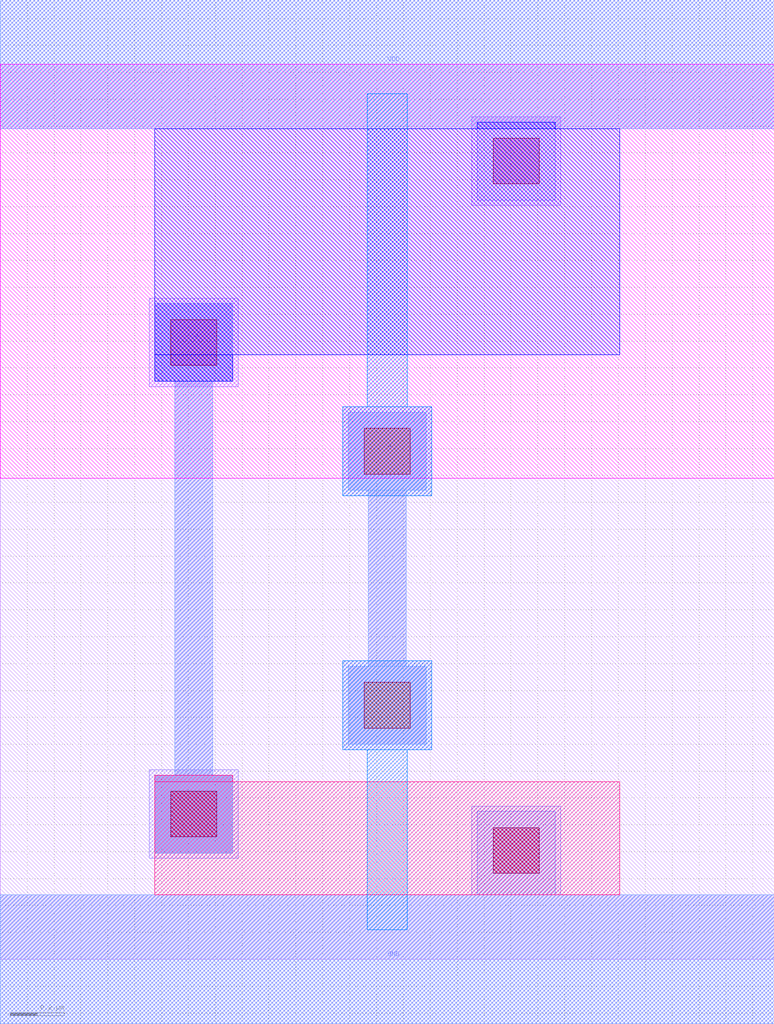
<source format=lef>
MACRO INVX1
 CLASS CORE ;
 FOREIGN INVX1 0 0 ;
 ORIGIN 0 0 ;
 SYMMETRY X Y R90 ;
 SITE UNIT ;
  PIN VDD
   DIRECTION INOUT ;
   USE SIGNAL ;
   SHAPE ABUTMENT ;
    PORT
     CLASS CORE ;
       LAYER metal2 ;
        RECT 0.00000000 3.09000000 2.88000000 3.57000000 ;
    END
  END VDD

  PIN GND
   DIRECTION INOUT ;
   USE SIGNAL ;
   SHAPE ABUTMENT ;
    PORT
     CLASS CORE ;
       LAYER metal2 ;
        RECT 0.00000000 -0.24000000 2.88000000 0.24000000 ;
    END
  END GND

  PIN Y
   DIRECTION INOUT ;
   USE SIGNAL ;
   SHAPE ABUTMENT ;
    PORT
     CLASS CORE ;
       LAYER metal2 ;
        RECT 0.57500000 0.39500000 0.86500000 0.68500000 ;
        RECT 0.65000000 0.68500000 0.79000000 2.15000000 ;
        RECT 0.57500000 2.15000000 0.86500000 2.44000000 ;
    END
  END Y

  PIN A
   DIRECTION INOUT ;
   USE SIGNAL ;
   SHAPE ABUTMENT ;
    PORT
     CLASS CORE ;
       LAYER metal2 ;
        RECT 1.29500000 0.80000000 1.58500000 1.09000000 ;
        RECT 1.37000000 1.09000000 1.51000000 1.74500000 ;
        RECT 1.29500000 1.74500000 1.58500000 2.03500000 ;
    END
  END A

  OBS
   LAYER abutment_box ;
    RECT 0.00000000 0.00000000 2.88000000 3.33000000 ;
  END

  OBS
   LAYER metal1 ;
    RECT 1.75500000 0.24000000 2.08500000 0.57000000 ;
    RECT 0.55500000 0.37500000 0.88500000 0.70500000 ;
    RECT 1.27500000 0.78000000 1.60500000 1.11000000 ;
    RECT 1.27500000 1.72500000 1.60500000 2.05500000 ;
    RECT 0.55500000 2.13000000 0.88500000 2.46000000 ;
    RECT 1.75500000 2.80500000 2.08500000 3.13500000 ;
  END

  OBS
   LAYER metal1_label ;

  END

  OBS
   LAYER metal1_pin ;

  END

  OBS
   LAYER metal2 ;
    RECT 0.00000000 -0.24000000 2.88000000 0.24000000 ;
    RECT 1.77500000 0.24000000 2.06500000 0.55000000 ;
    RECT 1.29500000 0.80000000 1.58500000 1.09000000 ;
    RECT 1.37000000 1.09000000 1.51000000 1.74500000 ;
    RECT 1.29500000 1.74500000 1.58500000 2.03500000 ;
    RECT 0.57500000 0.39500000 0.86500000 0.68500000 ;
    RECT 0.65000000 0.68500000 0.79000000 2.15000000 ;
    RECT 0.57500000 2.15000000 0.86500000 2.44000000 ;
    RECT 1.77500000 2.82500000 2.06500000 3.09000000 ;
    RECT 0.00000000 3.09000000 2.88000000 3.57000000 ;
  END

  OBS
   LAYER metal2_label ;

  END

  OBS
   LAYER metal2_pin ;
    RECT 0.00000000 -0.24000000 2.88000000 0.24000000 ;
    RECT 1.29500000 0.80000000 1.58500000 1.09000000 ;
    RECT 1.37000000 1.09000000 1.51000000 1.74500000 ;
    RECT 1.29500000 1.74500000 1.58500000 2.03500000 ;
    RECT 0.57500000 0.39500000 0.86500000 0.68500000 ;
    RECT 0.65000000 0.68500000 0.79000000 2.15000000 ;
    RECT 0.57500000 2.15000000 0.86500000 2.44000000 ;
    RECT 0.00000000 3.09000000 2.88000000 3.57000000 ;
  END

  OBS
   LAYER ndiff_contact ;
    RECT 1.83500000 0.32000000 2.00500000 0.49000000 ;
    RECT 0.63500000 0.45500000 0.80500000 0.62500000 ;
  END

  OBS
   LAYER ndiffusion ;
    RECT 0.57500000 0.24000000 2.30500000 0.66000000 ;
    RECT 0.57500000 0.66000000 0.86500000 0.68500000 ;
  END

  OBS
   LAYER nplus ;

  END

  OBS
   LAYER nwell ;
    RECT 0.00000000 1.79000000 2.88000000 3.33000000 ;
  END

  OBS
   LAYER pdiff_contact ;
    RECT 0.63500000 2.21000000 0.80500000 2.38000000 ;
    RECT 1.83500000 2.88500000 2.00500000 3.05500000 ;
  END

  OBS
   LAYER pdiffusion ;
    RECT 0.57500000 2.15000000 0.86500000 2.25000000 ;
    RECT 0.57500000 2.25000000 2.30500000 3.09000000 ;
    RECT 1.77500000 3.09000000 2.06500000 3.11500000 ;
  END

  OBS
   LAYER poly ;
    RECT 1.36500000 0.11000000 1.51500000 0.78000000 ;
    RECT 1.27500000 0.78000000 1.60500000 1.11000000 ;
    RECT 1.27500000 1.72500000 1.60500000 2.05500000 ;
    RECT 1.36500000 2.05500000 1.51500000 3.22000000 ;
  END

  OBS
   LAYER poly_contact ;
    RECT 1.35500000 0.86000000 1.52500000 1.03000000 ;
    RECT 1.35500000 1.80500000 1.52500000 1.97500000 ;
  END

  OBS
   LAYER pplus ;

  END

  OBS
   LAYER via1 ;
    RECT 1.83500000 0.32000000 2.00500000 0.49000000 ;
    RECT 0.63500000 0.45500000 0.80500000 0.62500000 ;
    RECT 1.35500000 0.86000000 1.52500000 1.03000000 ;
    RECT 1.35500000 1.80500000 1.52500000 1.97500000 ;
    RECT 0.63500000 2.21000000 0.80500000 2.38000000 ;
    RECT 1.83500000 2.88500000 2.00500000 3.05500000 ;
  END

END INVX1

</source>
